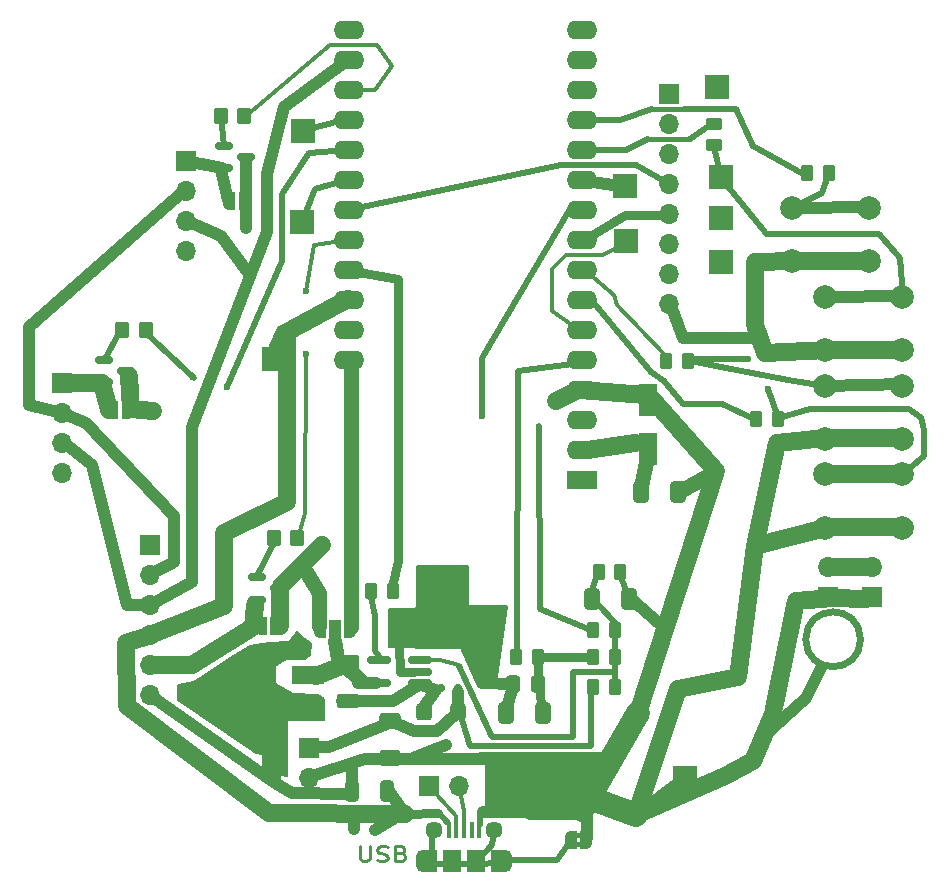
<source format=gbr>
%TF.GenerationSoftware,KiCad,Pcbnew,8.0.5*%
%TF.CreationDate,2024-10-28T11:51:33+01:00*%
%TF.ProjectId,Scent_Diffuser,5363656e-745f-4446-9966-66757365722e,rev?*%
%TF.SameCoordinates,Original*%
%TF.FileFunction,Copper,L1,Top*%
%TF.FilePolarity,Positive*%
%FSLAX46Y46*%
G04 Gerber Fmt 4.6, Leading zero omitted, Abs format (unit mm)*
G04 Created by KiCad (PCBNEW 8.0.5) date 2024-10-28 11:51:33*
%MOMM*%
%LPD*%
G01*
G04 APERTURE LIST*
G04 Aperture macros list*
%AMRoundRect*
0 Rectangle with rounded corners*
0 $1 Rounding radius*
0 $2 $3 $4 $5 $6 $7 $8 $9 X,Y pos of 4 corners*
0 Add a 4 corners polygon primitive as box body*
4,1,4,$2,$3,$4,$5,$6,$7,$8,$9,$2,$3,0*
0 Add four circle primitives for the rounded corners*
1,1,$1+$1,$2,$3*
1,1,$1+$1,$4,$5*
1,1,$1+$1,$6,$7*
1,1,$1+$1,$8,$9*
0 Add four rect primitives between the rounded corners*
20,1,$1+$1,$2,$3,$4,$5,0*
20,1,$1+$1,$4,$5,$6,$7,0*
20,1,$1+$1,$6,$7,$8,$9,0*
20,1,$1+$1,$8,$9,$2,$3,0*%
%AMFreePoly0*
4,1,19,0.500000,-0.750000,0.000000,-0.750000,0.000000,-0.744911,-0.071157,-0.744911,-0.207708,-0.704816,-0.327430,-0.627875,-0.420627,-0.520320,-0.479746,-0.390866,-0.500000,-0.250000,-0.500000,0.250000,-0.479746,0.390866,-0.420627,0.520320,-0.327430,0.627875,-0.207708,0.704816,-0.071157,0.744911,0.000000,0.744911,0.000000,0.750000,0.500000,0.750000,0.500000,-0.750000,0.500000,-0.750000,
$1*%
%AMFreePoly1*
4,1,19,0.000000,0.744911,0.071157,0.744911,0.207708,0.704816,0.327430,0.627875,0.420627,0.520320,0.479746,0.390866,0.500000,0.250000,0.500000,-0.250000,0.479746,-0.390866,0.420627,-0.520320,0.327430,-0.627875,0.207708,-0.704816,0.071157,-0.744911,0.000000,-0.744911,0.000000,-0.750000,-0.500000,-0.750000,-0.500000,0.750000,0.000000,0.750000,0.000000,0.744911,0.000000,0.744911,
$1*%
%AMFreePoly2*
4,1,19,0.550000,-0.750000,0.000000,-0.750000,0.000000,-0.744911,-0.071157,-0.744911,-0.207708,-0.704816,-0.327430,-0.627875,-0.420627,-0.520320,-0.479746,-0.390866,-0.500000,-0.250000,-0.500000,0.250000,-0.479746,0.390866,-0.420627,0.520320,-0.327430,0.627875,-0.207708,0.704816,-0.071157,0.744911,0.000000,0.744911,0.000000,0.750000,0.550000,0.750000,0.550000,-0.750000,0.550000,-0.750000,
$1*%
%AMFreePoly3*
4,1,19,0.000000,0.744911,0.071157,0.744911,0.207708,0.704816,0.327430,0.627875,0.420627,0.520320,0.479746,0.390866,0.500000,0.250000,0.500000,-0.250000,0.479746,-0.390866,0.420627,-0.520320,0.327430,-0.627875,0.207708,-0.704816,0.071157,-0.744911,0.000000,-0.744911,0.000000,-0.750000,-0.550000,-0.750000,-0.550000,0.750000,0.000000,0.750000,0.000000,0.744911,0.000000,0.744911,
$1*%
G04 Aperture macros list end*
%TA.AperFunction,Conductor*%
%ADD10C,0.500000*%
%TD*%
%TA.AperFunction,Conductor*%
%ADD11C,0.630000*%
%TD*%
%TA.AperFunction,Conductor*%
%ADD12C,1.000000*%
%TD*%
%TA.AperFunction,Conductor*%
%ADD13C,0.750000*%
%TD*%
%TA.AperFunction,Conductor*%
%ADD14C,2.000000*%
%TD*%
%TA.AperFunction,Conductor*%
%ADD15C,1.500000*%
%TD*%
%TA.AperFunction,Conductor*%
%ADD16C,0.200000*%
%TD*%
%TA.AperFunction,Conductor*%
%ADD17C,0.350000*%
%TD*%
%TA.AperFunction,Conductor*%
%ADD18C,1.250000*%
%TD*%
%TA.AperFunction,Conductor*%
%ADD19C,1.240000*%
%TD*%
%TA.AperFunction,Conductor*%
%ADD20C,1.150000*%
%TD*%
%TA.AperFunction,Conductor*%
%ADD21C,0.400000*%
%TD*%
%TA.AperFunction,Conductor*%
%ADD22C,0.300000*%
%TD*%
%ADD23C,0.250000*%
%TA.AperFunction,NonConductor*%
%ADD24C,0.250000*%
%TD*%
%TA.AperFunction,EtchedComponent*%
%ADD25C,0.000000*%
%TD*%
%TA.AperFunction,SMDPad,CuDef*%
%ADD26RoundRect,0.250000X-0.262500X-0.450000X0.262500X-0.450000X0.262500X0.450000X-0.262500X0.450000X0*%
%TD*%
%TA.AperFunction,SMDPad,CuDef*%
%ADD27RoundRect,0.250000X0.550000X-1.137500X0.550000X1.137500X-0.550000X1.137500X-0.550000X-1.137500X0*%
%TD*%
%TA.AperFunction,SMDPad,CuDef*%
%ADD28RoundRect,0.250000X0.412500X0.650000X-0.412500X0.650000X-0.412500X-0.650000X0.412500X-0.650000X0*%
%TD*%
%TA.AperFunction,SMDPad,CuDef*%
%ADD29FreePoly0,0.000000*%
%TD*%
%TA.AperFunction,SMDPad,CuDef*%
%ADD30FreePoly1,0.000000*%
%TD*%
%TA.AperFunction,ComponentPad*%
%ADD31R,1.700000X1.700000*%
%TD*%
%TA.AperFunction,ComponentPad*%
%ADD32O,1.700000X1.700000*%
%TD*%
%TA.AperFunction,ComponentPad*%
%ADD33R,2.000000X2.000000*%
%TD*%
%TA.AperFunction,SMDPad,CuDef*%
%ADD34FreePoly0,180.000000*%
%TD*%
%TA.AperFunction,SMDPad,CuDef*%
%ADD35FreePoly1,180.000000*%
%TD*%
%TA.AperFunction,SMDPad,CuDef*%
%ADD36RoundRect,0.250000X0.262500X0.450000X-0.262500X0.450000X-0.262500X-0.450000X0.262500X-0.450000X0*%
%TD*%
%TA.AperFunction,ComponentPad*%
%ADD37C,2.000000*%
%TD*%
%TA.AperFunction,SMDPad,CuDef*%
%ADD38RoundRect,0.162500X0.837500X0.162500X-0.837500X0.162500X-0.837500X-0.162500X0.837500X-0.162500X0*%
%TD*%
%TA.AperFunction,SMDPad,CuDef*%
%ADD39RoundRect,0.250000X-0.350000X-0.450000X0.350000X-0.450000X0.350000X0.450000X-0.350000X0.450000X0*%
%TD*%
%TA.AperFunction,SMDPad,CuDef*%
%ADD40RoundRect,0.250000X0.400000X0.450000X-0.400000X0.450000X-0.400000X-0.450000X0.400000X-0.450000X0*%
%TD*%
%TA.AperFunction,SMDPad,CuDef*%
%ADD41RoundRect,0.250000X0.337500X0.475000X-0.337500X0.475000X-0.337500X-0.475000X0.337500X-0.475000X0*%
%TD*%
%TA.AperFunction,SMDPad,CuDef*%
%ADD42RoundRect,0.250000X-0.700000X0.362500X-0.700000X-0.362500X0.700000X-0.362500X0.700000X0.362500X0*%
%TD*%
%TA.AperFunction,SMDPad,CuDef*%
%ADD43R,0.400000X1.350000*%
%TD*%
%TA.AperFunction,ComponentPad*%
%ADD44O,1.200000X1.900000*%
%TD*%
%TA.AperFunction,SMDPad,CuDef*%
%ADD45R,1.200000X1.900000*%
%TD*%
%TA.AperFunction,ComponentPad*%
%ADD46C,1.450000*%
%TD*%
%TA.AperFunction,SMDPad,CuDef*%
%ADD47R,1.500000X1.900000*%
%TD*%
%TA.AperFunction,SMDPad,CuDef*%
%ADD48RoundRect,0.250000X-0.412500X-0.650000X0.412500X-0.650000X0.412500X0.650000X-0.412500X0.650000X0*%
%TD*%
%TA.AperFunction,SMDPad,CuDef*%
%ADD49RoundRect,0.150000X-0.587500X-0.150000X0.587500X-0.150000X0.587500X0.150000X-0.587500X0.150000X0*%
%TD*%
%TA.AperFunction,SMDPad,CuDef*%
%ADD50RoundRect,0.250000X1.137500X0.550000X-1.137500X0.550000X-1.137500X-0.550000X1.137500X-0.550000X0*%
%TD*%
%TA.AperFunction,SMDPad,CuDef*%
%ADD51RoundRect,0.250000X0.450000X-0.262500X0.450000X0.262500X-0.450000X0.262500X-0.450000X-0.262500X0*%
%TD*%
%TA.AperFunction,SMDPad,CuDef*%
%ADD52RoundRect,0.250000X0.325000X0.650000X-0.325000X0.650000X-0.325000X-0.650000X0.325000X-0.650000X0*%
%TD*%
%TA.AperFunction,SMDPad,CuDef*%
%ADD53RoundRect,0.250000X0.350000X0.450000X-0.350000X0.450000X-0.350000X-0.450000X0.350000X-0.450000X0*%
%TD*%
%TA.AperFunction,SMDPad,CuDef*%
%ADD54RoundRect,0.150000X-0.150000X-0.200000X0.150000X-0.200000X0.150000X0.200000X-0.150000X0.200000X0*%
%TD*%
%TA.AperFunction,SMDPad,CuDef*%
%ADD55FreePoly2,180.000000*%
%TD*%
%TA.AperFunction,SMDPad,CuDef*%
%ADD56R,1.000000X1.500000*%
%TD*%
%TA.AperFunction,SMDPad,CuDef*%
%ADD57FreePoly3,180.000000*%
%TD*%
%TA.AperFunction,ComponentPad*%
%ADD58RoundRect,0.250000X1.050000X0.550000X-1.050000X0.550000X-1.050000X-0.550000X1.050000X-0.550000X0*%
%TD*%
%TA.AperFunction,ComponentPad*%
%ADD59O,2.600000X1.600000*%
%TD*%
%TA.AperFunction,SMDPad,CuDef*%
%ADD60RoundRect,0.250000X-0.650000X0.412500X-0.650000X-0.412500X0.650000X-0.412500X0.650000X0.412500X0*%
%TD*%
%TA.AperFunction,ViaPad*%
%ADD61C,0.600000*%
%TD*%
%TA.AperFunction,ViaPad*%
%ADD62C,1.000000*%
%TD*%
G04 APERTURE END LIST*
D10*
%TO.N,SW3*%
X90424000Y-118313200D02*
X92300000Y-117400000D01*
D11*
%TO.N,GND*%
X110320000Y-159750000D02*
G75*
G02*
X105680000Y-159750000I-2320000J0D01*
G01*
X105680000Y-159750000D02*
G75*
G02*
X110320000Y-159750000I2320000J0D01*
G01*
D10*
%TO.N,SW3*%
X90424000Y-118313200D02*
X87071200Y-118313200D01*
D12*
%TO.N,GND*%
X63652400Y-171450000D02*
X68326000Y-169926000D01*
D10*
%TO.N,OLED_RESET*%
X89027000Y-119634000D02*
X91287600Y-119634000D01*
D13*
%TO.N,OLED_CS*%
X90373200Y-123799600D02*
X94030800Y-123799600D01*
D12*
%TO.N,Net-(D1-A)*%
X70739000Y-164973000D02*
X72771000Y-163703000D01*
D10*
%TO.N,SW1*%
X95250000Y-139827000D02*
X98552000Y-139827000D01*
D14*
%TO.N,GND*%
X86741000Y-174244000D02*
X91499928Y-165999960D01*
D10*
%TO.N,BOOST_ADC*%
X89500000Y-161250000D02*
X89500000Y-159000000D01*
%TO.N,Net-(J13-Pin_1)*%
X97900000Y-118100000D02*
X98500000Y-120600000D01*
D15*
%TO.N,GND*%
X102235000Y-135509000D02*
X101346000Y-133172200D01*
D16*
X63100000Y-159600000D02*
X63800000Y-160100000D01*
X63700000Y-161100000D01*
X63300000Y-161400000D01*
X61700000Y-161400000D01*
X60500000Y-162200000D01*
X60500000Y-163400000D01*
X62300000Y-164400000D01*
X64400000Y-164500000D01*
X64900000Y-164800000D01*
X64900000Y-166600000D01*
X61800000Y-166600000D01*
X61800000Y-171300000D01*
X59700000Y-171000000D01*
X59700000Y-169500000D01*
X59100000Y-169400000D01*
X52500000Y-164900000D01*
X52500000Y-163600000D01*
X53900000Y-163400000D01*
X57400000Y-161100000D01*
X58600000Y-160300000D01*
X60200000Y-160100000D01*
X61900000Y-160000000D01*
X62600000Y-159100000D01*
X63100000Y-159600000D01*
%TA.AperFunction,Conductor*%
G36*
X63100000Y-159600000D02*
G01*
X63800000Y-160100000D01*
X63700000Y-161100000D01*
X63300000Y-161400000D01*
X61700000Y-161400000D01*
X60500000Y-162200000D01*
X60500000Y-163400000D01*
X62300000Y-164400000D01*
X64400000Y-164500000D01*
X64900000Y-164800000D01*
X64900000Y-166600000D01*
X61800000Y-166600000D01*
X61800000Y-171300000D01*
X59700000Y-171000000D01*
X59700000Y-169500000D01*
X59100000Y-169400000D01*
X52500000Y-164900000D01*
X52500000Y-163600000D01*
X53900000Y-163400000D01*
X57400000Y-161100000D01*
X58600000Y-160300000D01*
X60200000Y-160100000D01*
X61900000Y-160000000D01*
X62600000Y-159100000D01*
X63100000Y-159600000D01*
G37*
%TD.AperFunction*%
D10*
%TO.N,OLED_RESET*%
X84963000Y-119634000D02*
X89027000Y-119634000D01*
D12*
%TO.N,GND*%
X95500000Y-171500000D02*
X91313000Y-174625000D01*
D10*
%TO.N,Net-(J9-Pin_1)*%
X114427000Y-140284200D02*
X106045000Y-140233400D01*
D12*
%TO.N,SCL*%
X53289200Y-124307600D02*
X56184800Y-125577600D01*
D10*
%TO.N,BOOST_ADC*%
X76327000Y-162052000D02*
X78994000Y-167894000D01*
D12*
%TO.N,SCL*%
X45262800Y-144983200D02*
X48209200Y-156819600D01*
%TO.N,GND*%
X105700000Y-164700000D02*
X102031800Y-168046400D01*
D10*
%TO.N,BOOST_ADC*%
X86000000Y-168000000D02*
X86000000Y-162500000D01*
D12*
%TO.N,Net-(J8-Pin_1)*%
X113919000Y-138176000D02*
X107316200Y-138262800D01*
D13*
%TO.N,+5V*%
X74574400Y-174447200D02*
X71755000Y-174500000D01*
D12*
%TO.N,GND*%
X87172800Y-176580800D02*
X87122000Y-173482000D01*
%TO.N,SDA*%
X52222400Y-149352000D02*
X44704000Y-141478000D01*
D16*
%TO.N,GND*%
X88392000Y-170688000D02*
X86741000Y-174244000D01*
X78613000Y-174117000D01*
X78613000Y-170307000D01*
X88392000Y-170688000D01*
%TA.AperFunction,Conductor*%
G36*
X88392000Y-170688000D02*
G01*
X86741000Y-174244000D01*
X78613000Y-174117000D01*
X78613000Y-170307000D01*
X88392000Y-170688000D01*
G37*
%TD.AperFunction*%
D17*
%TO.N,BOOST_DAC_1*%
X84201000Y-128397000D02*
X84201000Y-131953000D01*
D15*
%TO.N,Net-(J2-Pin_5)*%
X53721000Y-161925000D02*
X58900000Y-158700000D01*
D10*
%TO.N,Net-(J8-Pin_1)*%
X107316200Y-138262800D02*
X104139996Y-137795025D01*
D15*
%TO.N,+5V*%
X50139600Y-159385000D02*
X56426100Y-156972000D01*
D12*
%TO.N,SCL*%
X53721000Y-154914600D02*
X53746400Y-141757400D01*
%TO.N,GND*%
X75234800Y-168732200D02*
X72440800Y-169824400D01*
D10*
%TO.N,I2C_2_PWR*%
X46355000Y-136017000D02*
X47498000Y-133858000D01*
%TO.N,Net-(D1-K)*%
X77250000Y-168750000D02*
X76300000Y-165700000D01*
%TO.N,OLED_RESET*%
X66963000Y-123384000D02*
X84963000Y-119634000D01*
D15*
%TO.N,GND*%
X101346000Y-127838200D02*
X104648000Y-127762000D01*
D17*
%TO.N,OE*%
X62687200Y-151206200D02*
X63296800Y-149047200D01*
D12*
%TO.N,GND*%
X60706000Y-171958000D02*
X60731400Y-167284400D01*
%TO.N,SCL*%
X60045600Y-125272800D02*
X53746400Y-141757400D01*
%TO.N,Net-(D1-K)*%
X74472800Y-167538400D02*
X76100000Y-166090600D01*
D18*
%TO.N,Net-(JP4-C)*%
X68021200Y-163271200D02*
X66065400Y-161442400D01*
D15*
%TO.N,GND*%
X86207600Y-138709400D02*
X84531200Y-139598400D01*
D17*
%TO.N,OE*%
X63398400Y-130302000D02*
X64084200Y-126365000D01*
D15*
%TO.N,Net-(J7-Pin_1)*%
X42672000Y-138049000D02*
X45770800Y-138023600D01*
D12*
%TO.N,GND*%
X81000000Y-163500000D02*
X78232000Y-163474400D01*
%TO.N,Net-(J12-Pin_1)*%
X111252000Y-123190000D02*
X104496800Y-123226000D01*
%TO.N,Net-(J6-Pin_1)*%
X56261000Y-119888000D02*
X53253000Y-119263000D01*
%TO.N,Net-(D1-K)*%
X70713600Y-166725600D02*
X72517000Y-167538400D01*
D15*
%TO.N,GND*%
X107442000Y-135255000D02*
X113919000Y-135255000D01*
D12*
%TO.N,SDA*%
X42672000Y-140589000D02*
X39878000Y-139954000D01*
%TO.N,+3V3*%
X58293000Y-119126000D02*
X58293000Y-122682000D01*
D17*
%TO.N,SW2*%
X89458800Y-130606800D02*
X87122000Y-128676400D01*
D15*
%TO.N,GND*%
X104648000Y-127762000D02*
X110998000Y-127762000D01*
D12*
%TO.N,SDA*%
X39878000Y-133350000D02*
X53212905Y-121665892D01*
%TO.N,Net-(D1-A)*%
X66395600Y-164947600D02*
X70739000Y-164973000D01*
D10*
%TO.N,GND*%
X90627200Y-156108400D02*
X90017600Y-154482800D01*
D17*
%TO.N,Net-(U1-A6{slash}IO14)*%
X69215000Y-113284000D02*
X66675000Y-113284000D01*
D13*
%TO.N,Net-(U1-A12{slash}IO13)*%
X71170800Y-129286000D02*
X66802000Y-128524000D01*
D10*
%TO.N,Net-(J9-Pin_1)*%
X115341400Y-140893800D02*
X114427000Y-140284200D01*
D19*
%TO.N,GND*%
X94996000Y-147167600D02*
X98044000Y-145542000D01*
D10*
%TO.N,Net-(J32-Pin_1)*%
X66802000Y-115697000D02*
X62991993Y-116712972D01*
D16*
%TO.N,Net-(D1-A)*%
X72771000Y-163703000D02*
X73152000Y-163449000D01*
D13*
%TO.N,Net-(C1-Pad1)*%
X83000000Y-163500000D02*
X83000000Y-161250000D01*
D10*
%TO.N,Net-(U1-A8{slash}IO15)*%
X63627000Y-118618000D02*
X66802000Y-118364000D01*
D15*
%TO.N,GND*%
X101346000Y-133172200D02*
X101346000Y-127838200D01*
D12*
%TO.N,SCL*%
X53721000Y-154914600D02*
X50165000Y-156819600D01*
D15*
%TO.N,GND*%
X108026200Y-156291200D02*
X110744000Y-156337000D01*
%TO.N,Net-(JP4-C)*%
X64200000Y-162900000D02*
X66600000Y-161900000D01*
%TO.N,GND*%
X107315000Y-142748000D02*
X113792000Y-142748000D01*
D10*
%TO.N,Net-(U1-A8{slash}IO15)*%
X61341000Y-122047000D02*
X63627000Y-118618000D01*
%TO.N,BOOST_DAC_2*%
X81250000Y-161000000D02*
X81280000Y-137058400D01*
%TO.N,BOOST_EN*%
X69240400Y-160731200D02*
X69697600Y-161442400D01*
D15*
%TO.N,+5V*%
X66929000Y-130937000D02*
X61722000Y-133756400D01*
D17*
%TO.N,BOOST_DAC_1*%
X85344000Y-127254000D02*
X84201000Y-128397000D01*
D15*
%TO.N,+5V*%
X56426100Y-156972000D02*
X56451500Y-150749000D01*
%TO.N,Net-(J7-Pin_1)*%
X46710600Y-140360400D02*
X46075600Y-138074400D01*
D12*
%TO.N,SCL*%
X61468000Y-114681000D02*
X60045600Y-120319800D01*
%TO.N,SDA*%
X39878000Y-139954000D02*
X39878000Y-133350000D01*
%TO.N,Net-(D1-K)*%
X72517000Y-167538400D02*
X74472800Y-167538400D01*
D10*
%TO.N,BOOST_ADC*%
X89789000Y-158623000D02*
X87757000Y-156464000D01*
%TO.N,+5V*%
X75412600Y-175272700D02*
X74549000Y-174332900D01*
D12*
%TO.N,SCL*%
X42672000Y-143002000D02*
X45262800Y-144983200D01*
D15*
%TO.N,+5V*%
X71755000Y-174500000D02*
X60198000Y-174498000D01*
D10*
%TO.N,SW1*%
X93700000Y-137900000D02*
X95250000Y-139827000D01*
D12*
%TO.N,Net-(D1-K)*%
X76200000Y-164200000D02*
X76200000Y-166000000D01*
D10*
%TO.N,Net-(J1-Shield)*%
X74066400Y-178460400D02*
X74015600Y-176276000D01*
D12*
%TO.N,GND*%
X107000000Y-162200000D02*
X105700000Y-164700000D01*
D15*
X114084100Y-150266400D02*
X107657900Y-150266400D01*
D12*
X94183200Y-131318000D02*
X95300800Y-134213600D01*
X59400000Y-163200000D02*
X60731400Y-167284400D01*
D15*
X98044000Y-145542000D02*
X92659200Y-139446000D01*
%TO.N,+3V3*%
X61200000Y-155586800D02*
X61200000Y-158600000D01*
X111404400Y-153670000D02*
X107492800Y-153670000D01*
D13*
%TO.N,Net-(U1-A12{slash}IO13)*%
X71145400Y-153085800D02*
X71170800Y-129286000D01*
D12*
%TO.N,GND*%
X90627200Y-156108400D02*
X93472000Y-158623000D01*
D17*
%TO.N,Net-(J1-D-)*%
X76073000Y-174750000D02*
X76073000Y-175500000D01*
X76073000Y-174750000D02*
X73710800Y-172059600D01*
D10*
%TO.N,Net-(U1-A8{slash}IO15)*%
X61341000Y-127736600D02*
X61341000Y-122047000D01*
%TO.N,Net-(J8-Pin_1)*%
X99900000Y-136000000D02*
X95800000Y-136000000D01*
D20*
%TO.N,Net-(JP4-C)*%
X65836800Y-159867600D02*
X66065400Y-161442400D01*
D15*
%TO.N,+5V*%
X61722000Y-148132800D02*
X61722000Y-133756400D01*
D12*
%TO.N,Net-(D1-K)*%
X65328800Y-168910000D02*
X70205600Y-166903400D01*
D15*
%TO.N,GND*%
X102870000Y-166065200D02*
X101193600Y-170027600D01*
%TO.N,Net-(J9-Pin_1)*%
X113919000Y-145796000D02*
X107317400Y-145791852D01*
%TO.N,GND*%
X102997000Y-165608000D02*
X104825800Y-156489400D01*
D13*
%TO.N,Net-(U1-A12{slash}IO13)*%
X71145400Y-153085800D02*
X70688200Y-155270200D01*
D12*
%TO.N,+5V*%
X61350000Y-133650000D02*
X60328000Y-135893600D01*
D16*
%TO.N,GND*%
X67564000Y-172720000D02*
X65786000Y-172466000D01*
D17*
%TO.N,Net-(J1-D+)*%
X76301600Y-172161200D02*
X76750000Y-174250000D01*
D12*
%TO.N,GND*%
X62204600Y-172770800D02*
X60706000Y-171958000D01*
X82375000Y-174500000D02*
X86750000Y-174500000D01*
D10*
%TO.N,Net-(J1-Shield)*%
X77825600Y-178511200D02*
X79146400Y-177190400D01*
D12*
%TO.N,+5V*%
X70358000Y-172593000D02*
X71755000Y-174500000D01*
D10*
%TO.N,Net-(J9-Pin_1)*%
X115671600Y-142036800D02*
X115417600Y-140970000D01*
X103300000Y-140900000D02*
X102500000Y-138600000D01*
%TO.N,Net-(D1-K)*%
X87500000Y-168750000D02*
X87503000Y-163830000D01*
%TO.N,SW4*%
X101250000Y-117950000D02*
X105650000Y-120400000D01*
D16*
%TO.N,GND*%
X77063600Y-156921200D02*
X80365600Y-156921200D01*
X79489000Y-163411000D01*
X77825600Y-163576000D01*
X76454000Y-160477200D01*
X72694800Y-160477200D01*
X72796400Y-153568400D01*
X77063600Y-153568400D01*
X77063600Y-156921200D01*
%TA.AperFunction,Conductor*%
G36*
X77063600Y-156921200D02*
G01*
X80365600Y-156921200D01*
X79489000Y-163411000D01*
X77825600Y-163576000D01*
X76454000Y-160477200D01*
X72694800Y-160477200D01*
X72796400Y-153568400D01*
X77063600Y-153568400D01*
X77063600Y-156921200D01*
G37*
%TD.AperFunction*%
D12*
%TO.N,SCL*%
X50165000Y-156819600D02*
X48209200Y-156819600D01*
D18*
%TO.N,BAT_V*%
X67183000Y-158673800D02*
X67183000Y-136194800D01*
D15*
%TO.N,Net-(J2-Pin_5)*%
X58900000Y-158700000D02*
X59029600Y-156819600D01*
%TO.N,GND*%
X98806000Y-171323000D02*
X101193600Y-170027600D01*
D10*
%TO.N,SW4*%
X95350000Y-114850000D02*
X99750000Y-114850000D01*
D15*
%TO.N,+5V*%
X56451500Y-150749000D02*
X61722000Y-148132800D01*
D10*
%TO.N,GND*%
X71221600Y-160274000D02*
X72948800Y-159156400D01*
%TO.N,Net-(J13-Pin_1)*%
X111912400Y-125476000D02*
X113690400Y-127457200D01*
D12*
%TO.N,Net-(J6-Pin_1)*%
X56769000Y-122555000D02*
X56134000Y-120015000D01*
D10*
%TO.N,Net-(J12-Pin_1)*%
X107650000Y-120300000D02*
X107100000Y-122000000D01*
%TO.N,SW4*%
X89916000Y-115824000D02*
X92650000Y-114850000D01*
%TO.N,Net-(J1-Shield)*%
X79146400Y-177190400D02*
X79298792Y-176021999D01*
D12*
%TO.N,Net-(D1-A)*%
X74350000Y-164050000D02*
X73250000Y-165550000D01*
D17*
%TO.N,BOOST_DAC_1*%
X90805000Y-126111000D02*
X88392000Y-127254000D01*
D12*
%TO.N,Net-(JP4-C)*%
X69265800Y-163449000D02*
X67767200Y-163449000D01*
D10*
%TO.N,Net-(J13-Pin_1)*%
X102223900Y-125276000D02*
X98550000Y-120700000D01*
D17*
%TO.N,BOOST_DAC_1*%
X86741000Y-133731000D02*
X84201000Y-131953000D01*
D15*
%TO.N,+3V3*%
X48564800Y-140258800D02*
X48412400Y-137464800D01*
D12*
%TO.N,GND*%
X78333600Y-174345600D02*
X82375000Y-174359300D01*
D10*
%TO.N,Net-(J1-Shield)*%
X84582000Y-178460400D02*
X80670392Y-178409599D01*
D16*
%TO.N,GND*%
X95500000Y-171500000D02*
X97200000Y-172000000D01*
D10*
%TO.N,BOOST_ADC*%
X86000000Y-162500000D02*
X89500000Y-162500000D01*
D21*
%TO.N,SW4*%
X92650000Y-114850000D02*
X95350000Y-114850000D01*
D17*
%TO.N,BOOST_ADC*%
X74750000Y-161500000D02*
X73250000Y-161500000D01*
D12*
%TO.N,GND*%
X78181200Y-169824400D02*
X88747600Y-169824400D01*
X62204600Y-172770800D02*
X67005200Y-172872400D01*
D10*
%TO.N,BOOST_DAC_2*%
X81280000Y-137058400D02*
X87250000Y-136250000D01*
D13*
%TO.N,OLED_CS*%
X86750000Y-126000000D02*
X90373200Y-123799600D01*
D16*
%TO.N,GND*%
X86750000Y-174500000D02*
X84562500Y-174500000D01*
D14*
X91313000Y-174625000D02*
X87122000Y-173101000D01*
D18*
%TO.N,+3V3*%
X92354400Y-143967200D02*
X91744800Y-146812000D01*
D10*
%TO.N,GND*%
X78079600Y-175514000D02*
X78079600Y-174264000D01*
D12*
%TO.N,SCL*%
X56184800Y-125577600D02*
X58572400Y-128854200D01*
D10*
%TO.N,Net-(U1-IO4{slash}A5)*%
X85725000Y-123317000D02*
X78308200Y-135940800D01*
%TO.N,SW1*%
X92600000Y-137100000D02*
X93700000Y-137900000D01*
D15*
%TO.N,GND*%
X99949000Y-162941000D02*
X101346000Y-151892000D01*
D12*
%TO.N,SCL*%
X60045600Y-120319800D02*
X60045600Y-125272800D01*
X66675000Y-110871000D02*
X61468000Y-114681000D01*
D10*
%TO.N,BOOST_ADC*%
X88087200Y-154127200D02*
X87397600Y-155996200D01*
D16*
%TO.N,Net-(U1-IO4{slash}A5)*%
X85725000Y-123317000D02*
X87122000Y-123444000D01*
D10*
%TO.N,Net-(J1-Shield)*%
X85852000Y-176682400D02*
X84582000Y-178460400D01*
%TO.N,BOOST_ADC*%
X89500000Y-161250000D02*
X89500000Y-163750000D01*
D22*
%TO.N,Net-(U1-A6{slash}IO14)*%
X65405000Y-109474000D02*
X69342000Y-109474000D01*
D16*
%TO.N,GND*%
X97200000Y-172000000D02*
X95500000Y-171500000D01*
D12*
X79654400Y-169926000D02*
X68326000Y-169926000D01*
D15*
%TO.N,+3V3*%
X50419000Y-140462000D02*
X48564800Y-140258800D01*
D17*
%TO.N,OE*%
X64135000Y-126365000D02*
X66802000Y-125984000D01*
D12*
%TO.N,GND*%
X82156300Y-170472100D02*
X87617300Y-170599100D01*
D15*
%TO.N,+5V*%
X50215800Y-159385000D02*
X48107600Y-160070800D01*
D21*
%TO.N,SW3*%
X92300000Y-117400000D02*
X95900000Y-117400000D01*
D18*
%TO.N,+3V3*%
X64439800Y-158661100D02*
X64439800Y-155790900D01*
D10*
%TO.N,Net-(U1-IO4{slash}A5)*%
X78308200Y-140843000D02*
X78308200Y-135940800D01*
D15*
%TO.N,+5V*%
X48107600Y-160070800D02*
X48209200Y-165404800D01*
D10*
%TO.N,Net-(J13-Pin_1)*%
X102323900Y-125476000D02*
X111912400Y-125476000D01*
D15*
%TO.N,GND*%
X94894400Y-164000000D02*
X99949000Y-162941000D01*
X104825800Y-156489400D02*
X108026200Y-156291200D01*
D17*
%TO.N,BOOST_DAC_1*%
X88392000Y-127254000D02*
X85344000Y-127254000D01*
D10*
%TO.N,SW3*%
X97800000Y-116000000D02*
X95900000Y-117400000D01*
D15*
%TO.N,GND*%
X107442000Y-135255000D02*
X102235000Y-135509000D01*
D10*
%TO.N,I2C_1_PWR*%
X56388000Y-117983000D02*
X56133982Y-115443002D01*
D17*
%TO.N,SW2*%
X89458800Y-130606800D02*
X89674700Y-131406900D01*
D12*
%TO.N,GND*%
X80250000Y-166000000D02*
X81000000Y-163500000D01*
D17*
%TO.N,Net-(U1-A6{slash}IO14)*%
X58293000Y-115443000D02*
X65405000Y-109474000D01*
D10*
%TO.N,Net-(Q3-G)*%
X60858400Y-151231600D02*
X59232800Y-154432000D01*
D15*
%TO.N,GND*%
X98806000Y-171323000D02*
X91313000Y-174625000D01*
D18*
%TO.N,+3V3*%
X64439800Y-155829000D02*
X63017400Y-153492200D01*
D12*
%TO.N,+5V*%
X67462400Y-175844200D02*
X67462400Y-174853600D01*
%TO.N,+3V3*%
X58293000Y-124968000D02*
X58293000Y-122682000D01*
D10*
%TO.N,BOOST_EN*%
X68834000Y-156210000D02*
X69215800Y-157742000D01*
D17*
%TO.N,SW2*%
X89674700Y-131406900D02*
X93700000Y-135600000D01*
D10*
%TO.N,Net-(D1-K)*%
X77250000Y-168750000D02*
X87500000Y-168750000D01*
D12*
%TO.N,Net-(J13-Pin_1)*%
X113919000Y-130683000D02*
X107317401Y-130729665D01*
D10*
%TO.N,Net-(U1-IO4{slash}A5)*%
X87680800Y-159029400D02*
X83159600Y-157200600D01*
D12*
%TO.N,GND*%
X50215800Y-164515800D02*
X60706000Y-171958000D01*
D17*
%TO.N,Net-(J1-D+)*%
X76750000Y-175500000D02*
X76750000Y-174250000D01*
D15*
%TO.N,+5V*%
X48209200Y-165404800D02*
X60198000Y-174498000D01*
D16*
%TO.N,GND*%
X73456800Y-160426400D02*
X70434200Y-160401000D01*
X70434200Y-157200600D01*
X72771000Y-157200600D01*
X73456800Y-160426400D01*
%TA.AperFunction,Conductor*%
G36*
X73456800Y-160426400D02*
G01*
X70434200Y-160401000D01*
X70434200Y-157200600D01*
X72771000Y-157200600D01*
X73456800Y-160426400D01*
G37*
%TD.AperFunction*%
D15*
%TO.N,Net-(J2-Pin_5)*%
X50266600Y-161925000D02*
X53721000Y-161925000D01*
D12*
%TO.N,Net-(J15-Pin_1)*%
X87071200Y-120954800D02*
X90424000Y-121462800D01*
D10*
%TO.N,Net-(U1-A8{slash}IO15)*%
X49860200Y-133781800D02*
X53898800Y-137668000D01*
D12*
%TO.N,Net-(D1-A)*%
X74350000Y-164050000D02*
X73139300Y-163655400D01*
D10*
%TO.N,Net-(U1-A8{slash}IO15)*%
X61341000Y-127736600D02*
X56718200Y-138404600D01*
%TO.N,SW4*%
X87122000Y-115824000D02*
X89916000Y-115824000D01*
%TO.N,SW1*%
X98552000Y-139827000D02*
X101300000Y-141100000D01*
%TO.N,Net-(J9-Pin_1)*%
X106045000Y-140233400D02*
X103400000Y-141000000D01*
D15*
%TO.N,GND*%
X101346000Y-151892000D02*
X107657900Y-150266400D01*
D10*
%TO.N,Net-(J8-Pin_1)*%
X99900000Y-136000000D02*
X100800000Y-136000000D01*
D13*
%TO.N,Net-(C1-Pad1)*%
X83000000Y-161250000D02*
X87750000Y-161250000D01*
%TO.N,GND*%
X72542400Y-162509200D02*
X71290000Y-162500000D01*
D15*
X101346000Y-151892000D02*
X103251000Y-143129000D01*
D12*
%TO.N,SDA*%
X52222400Y-153212800D02*
X52222400Y-149352000D01*
D10*
%TO.N,Net-(J13-Pin_1)*%
X113690400Y-127457200D02*
X113919000Y-130683000D01*
D15*
%TO.N,GND*%
X91313000Y-174625000D02*
X94894400Y-164000000D01*
D10*
%TO.N,BOOST_ADC*%
X79121000Y-168021000D02*
X86000000Y-168000000D01*
%TO.N,Net-(U1-IO4{slash}A5)*%
X83159600Y-157200600D02*
X83134200Y-141732000D01*
%TO.N,Net-(J1-Shield)*%
X79705200Y-178714400D02*
X77724000Y-178765200D01*
D12*
%TO.N,GND*%
X67259200Y-172212000D02*
X67259200Y-170332400D01*
D15*
%TO.N,+3V3*%
X91236800Y-143154400D02*
X87122000Y-143764000D01*
%TO.N,GND*%
X103251000Y-143129000D02*
X107315000Y-142748000D01*
D17*
%TO.N,OE*%
X63296800Y-149047200D02*
X63347600Y-135585200D01*
D15*
%TO.N,GND*%
X92100400Y-139039600D02*
X86563200Y-138633200D01*
D10*
%TO.N,SW1*%
X87731600Y-131318000D02*
X92600000Y-137100000D01*
%TO.N,Net-(J9-Pin_1)*%
X113919000Y-145796000D02*
X115671600Y-144272000D01*
%TO.N,SW4*%
X99750000Y-114850000D02*
X101250000Y-117950000D01*
%TO.N,Net-(J12-Pin_1)*%
X107100000Y-122000000D02*
X104496800Y-123226000D01*
%TO.N,Net-(J1-Shield)*%
X77724000Y-178765200D02*
X74015600Y-178765200D01*
%TO.N,OLED_RESET*%
X91287600Y-119634000D02*
X94234000Y-121310400D01*
D12*
%TO.N,+5V*%
X69189600Y-175895000D02*
X71297800Y-174625000D01*
%TO.N,GND*%
X95300800Y-134213600D02*
X101193600Y-134213600D01*
D13*
%TO.N,Net-(C1-Pad1)*%
X83360800Y-166221000D02*
X83110800Y-163471000D01*
D15*
%TO.N,+3V3*%
X61264800Y-155244800D02*
X64693800Y-151765000D01*
D12*
%TO.N,SDA*%
X44704000Y-141478000D02*
X42672000Y-140589000D01*
D17*
%TO.N,Net-(U1-A6{slash}IO14)*%
X69342000Y-109474000D02*
X70612000Y-111252000D01*
%TO.N,BOOST_ADC*%
X74750000Y-161500000D02*
X76327000Y-161925000D01*
%TO.N,Net-(U1-A6{slash}IO14)*%
X70612000Y-111252000D02*
X69214983Y-113283988D01*
D10*
%TO.N,Net-(J8-Pin_1)*%
X104139996Y-137795025D02*
X95500000Y-136100000D01*
%TO.N,BOOST_EN*%
X69241200Y-157742000D02*
X69240400Y-160731200D01*
D12*
%TO.N,SDA*%
X50241200Y-154203400D02*
X52222400Y-153212800D01*
D10*
%TO.N,Net-(J33-Pin_1)*%
X62992000Y-124460000D02*
X64135000Y-121666000D01*
X64135000Y-121666000D02*
X66802000Y-120904000D01*
D15*
%TO.N,GND*%
X91499928Y-165999960D02*
X98044000Y-145542000D01*
D10*
%TO.N,Net-(J9-Pin_1)*%
X115671600Y-144272000D02*
X115671600Y-142036800D01*
D13*
%TO.N,GND*%
X71289600Y-162494000D02*
X71221600Y-160274000D01*
D12*
%TO.N,Net-(D1-K)*%
X63626600Y-168930000D02*
X65328800Y-168910000D01*
D23*
D24*
X67921615Y-177284023D02*
X67921615Y-178295928D01*
X67921615Y-178295928D02*
X67993044Y-178414976D01*
X67993044Y-178414976D02*
X68064473Y-178474500D01*
X68064473Y-178474500D02*
X68207330Y-178534023D01*
X68207330Y-178534023D02*
X68493044Y-178534023D01*
X68493044Y-178534023D02*
X68635901Y-178474500D01*
X68635901Y-178474500D02*
X68707330Y-178414976D01*
X68707330Y-178414976D02*
X68778758Y-178295928D01*
X68778758Y-178295928D02*
X68778758Y-177284023D01*
X69421616Y-178474500D02*
X69635902Y-178534023D01*
X69635902Y-178534023D02*
X69993044Y-178534023D01*
X69993044Y-178534023D02*
X70135902Y-178474500D01*
X70135902Y-178474500D02*
X70207330Y-178414976D01*
X70207330Y-178414976D02*
X70278759Y-178295928D01*
X70278759Y-178295928D02*
X70278759Y-178176880D01*
X70278759Y-178176880D02*
X70207330Y-178057833D01*
X70207330Y-178057833D02*
X70135902Y-177998309D01*
X70135902Y-177998309D02*
X69993044Y-177938785D01*
X69993044Y-177938785D02*
X69707330Y-177879261D01*
X69707330Y-177879261D02*
X69564473Y-177819738D01*
X69564473Y-177819738D02*
X69493044Y-177760214D01*
X69493044Y-177760214D02*
X69421616Y-177641166D01*
X69421616Y-177641166D02*
X69421616Y-177522119D01*
X69421616Y-177522119D02*
X69493044Y-177403071D01*
X69493044Y-177403071D02*
X69564473Y-177343547D01*
X69564473Y-177343547D02*
X69707330Y-177284023D01*
X69707330Y-177284023D02*
X70064473Y-177284023D01*
X70064473Y-177284023D02*
X70278759Y-177343547D01*
X71421615Y-177879261D02*
X71635901Y-177938785D01*
X71635901Y-177938785D02*
X71707330Y-177998309D01*
X71707330Y-177998309D02*
X71778758Y-178117357D01*
X71778758Y-178117357D02*
X71778758Y-178295928D01*
X71778758Y-178295928D02*
X71707330Y-178414976D01*
X71707330Y-178414976D02*
X71635901Y-178474500D01*
X71635901Y-178474500D02*
X71493044Y-178534023D01*
X71493044Y-178534023D02*
X70921615Y-178534023D01*
X70921615Y-178534023D02*
X70921615Y-177284023D01*
X70921615Y-177284023D02*
X71421615Y-177284023D01*
X71421615Y-177284023D02*
X71564473Y-177343547D01*
X71564473Y-177343547D02*
X71635901Y-177403071D01*
X71635901Y-177403071D02*
X71707330Y-177522119D01*
X71707330Y-177522119D02*
X71707330Y-177641166D01*
X71707330Y-177641166D02*
X71635901Y-177760214D01*
X71635901Y-177760214D02*
X71564473Y-177819738D01*
X71564473Y-177819738D02*
X71421615Y-177879261D01*
X71421615Y-177879261D02*
X70921615Y-177879261D01*
D25*
%TA.AperFunction,EtchedComponent*%
%TD*%
%TO.C,JP5*%
G36*
X86671200Y-176533200D02*
G01*
X86171200Y-176533200D01*
X86171200Y-176133200D01*
X86671200Y-176133200D01*
X86671200Y-176533200D01*
G37*
%TD.AperFunction*%
%TA.AperFunction,EtchedComponent*%
%TO.C,JP5*%
G36*
X86671200Y-177333200D02*
G01*
X86171200Y-177333200D01*
X86171200Y-176933200D01*
X86671200Y-176933200D01*
X86671200Y-177333200D01*
G37*
%TD.AperFunction*%
%TD*%
D26*
%TO.P,R21,1*%
%TO.N,BOOST_DAC_2*%
X81175000Y-161250000D03*
%TO.P,R21,2*%
%TO.N,Net-(C1-Pad1)*%
X83000000Y-161250000D03*
%TD*%
D27*
%TO.P,C5,1*%
%TO.N,+3V3*%
X92303600Y-143611600D03*
%TO.P,C5,2*%
%TO.N,GND*%
X92303600Y-139486600D03*
%TD*%
D28*
%TO.P,C3,1*%
%TO.N,Net-(C1-Pad1)*%
X83401300Y-165963600D03*
%TO.P,C3,2*%
%TO.N,GND*%
X80276300Y-165963600D03*
%TD*%
D29*
%TO.P,JP3,1,A*%
%TO.N,Net-(J2-Pin_5)*%
X59550000Y-158600000D03*
D30*
%TO.P,JP3,2,B*%
%TO.N,+3V3*%
X60850000Y-158600000D03*
%TD*%
D31*
%TO.P,J5,1,Pin_1*%
%TO.N,Net-(J1-D-)*%
X73761600Y-172161200D03*
D32*
%TO.P,J5,2,Pin_2*%
%TO.N,Net-(J1-D+)*%
X76301600Y-172161200D03*
%TD*%
D33*
%TO.P,TP2,1,1*%
%TO.N,+5V*%
X60700000Y-136000000D03*
%TD*%
D29*
%TO.P,JP2,1,A*%
%TO.N,Net-(J7-Pin_1)*%
X46960000Y-140335000D03*
D30*
%TO.P,JP2,2,B*%
%TO.N,+3V3*%
X48260000Y-140335000D03*
%TD*%
D34*
%TO.P,JP5,1,A*%
%TO.N,GND*%
X87071200Y-176733200D03*
D35*
%TO.P,JP5,2,B*%
%TO.N,Net-(J1-Shield)*%
X85771200Y-176733200D03*
%TD*%
D36*
%TO.P,R15,1*%
%TO.N,GND*%
X89968000Y-154087000D03*
%TO.P,R15,2*%
%TO.N,BOOST_ADC*%
X88143000Y-154087000D03*
%TD*%
D33*
%TO.P,J15,1,Pin_1*%
%TO.N,Net-(J15-Pin_1)*%
X90373200Y-121412000D03*
%TD*%
D37*
%TO.P,SW2,1,1*%
%TO.N,Net-(J8-Pin_1)*%
X107316200Y-138262800D03*
%TO.P,SW2,2,2*%
X113816200Y-138262800D03*
%TO.P,SW2,3,K*%
%TO.N,GND*%
X107316200Y-142762800D03*
%TO.P,SW2,4,A*%
X113816200Y-142762800D03*
%TD*%
D38*
%TO.P,U2,1,SW*%
%TO.N,Net-(D1-A)*%
X72999600Y-163444000D03*
%TO.P,U2,2,GND*%
%TO.N,GND*%
X72999600Y-162494000D03*
%TO.P,U2,3,FB*%
%TO.N,BOOST_ADC*%
X72999600Y-161544000D03*
%TO.P,U2,4,EN/DITH*%
%TO.N,BOOST_EN*%
X69579600Y-161544000D03*
%TO.P,U2,5,Vin*%
%TO.N,Net-(JP4-C)*%
X69579600Y-163444000D03*
%TD*%
D37*
%TO.P,SW1,1,1*%
%TO.N,Net-(J9-Pin_1)*%
X107317400Y-145791800D03*
%TO.P,SW1,2,2*%
X113817400Y-145791800D03*
%TO.P,SW1,3,K*%
%TO.N,GND*%
X107317400Y-150291800D03*
%TO.P,SW1,4,A*%
X113817400Y-150291800D03*
%TD*%
D33*
%TO.P,J13,1,Pin_1*%
%TO.N,Net-(J13-Pin_1)*%
X98500000Y-120600000D03*
%TD*%
D26*
%TO.P,R2,1*%
%TO.N,BOOST_EN*%
X68884800Y-155676600D03*
%TO.P,R2,2*%
%TO.N,Net-(U1-A12{slash}IO13)*%
X70709800Y-155676600D03*
%TD*%
D39*
%TO.P,R4,1*%
%TO.N,I2C_2_PWR*%
X47784000Y-133604000D03*
%TO.P,R4,2*%
%TO.N,Net-(U1-A8{slash}IO15)*%
X49784000Y-133604000D03*
%TD*%
D31*
%TO.P,J3,1,Pin_1*%
%TO.N,OLED_DATA*%
X94081600Y-113588800D03*
D32*
%TO.P,J3,2,Pin_2*%
%TO.N,OLED_CLK*%
X94081600Y-116128800D03*
%TO.P,J3,3,Pin_3*%
%TO.N,OLED_DC*%
X94081600Y-118668800D03*
%TO.P,J3,4,Pin_4*%
%TO.N,OLED_RESET*%
X94081600Y-121208800D03*
%TO.P,J3,5,Pin_5*%
%TO.N,OLED_CS*%
X94081600Y-123748800D03*
%TO.P,J3,6,Pin_6*%
%TO.N,unconnected-(J3-Pin_6-Pad6)*%
X94081600Y-126288800D03*
%TO.P,J3,7,Pin_7*%
%TO.N,+3V3*%
X94081600Y-128828800D03*
%TO.P,J3,8,Pin_8*%
%TO.N,GND*%
X94081600Y-131368800D03*
%TD*%
D40*
%TO.P,D2,1,K*%
%TO.N,Net-(D1-K)*%
X76250000Y-165900000D03*
%TO.P,D2,2,A*%
%TO.N,Net-(D1-A)*%
X73350000Y-165900000D03*
%TD*%
D29*
%TO.P,JP1,1,A*%
%TO.N,Net-(J6-Pin_1)*%
X56866000Y-122682000D03*
D30*
%TO.P,JP1,2,B*%
%TO.N,+3V3*%
X58166000Y-122682000D03*
%TD*%
D41*
%TO.P,C1,1*%
%TO.N,Net-(C1-Pad1)*%
X83000000Y-163500000D03*
%TO.P,C1,2*%
%TO.N,GND*%
X80925000Y-163500000D03*
%TD*%
D42*
%TO.P,L1,1,1*%
%TO.N,Net-(JP4-C)*%
X66900000Y-161637500D03*
%TO.P,L1,2,2*%
%TO.N,Net-(D1-A)*%
X66900000Y-164962500D03*
%TD*%
D26*
%TO.P,R20,1*%
%TO.N,Net-(C1-Pad1)*%
X87675000Y-161250000D03*
%TO.P,R20,2*%
%TO.N,BOOST_ADC*%
X89500000Y-161250000D03*
%TD*%
D43*
%TO.P,J1,1,VBUS*%
%TO.N,+5V*%
X75450000Y-175862000D03*
%TO.P,J1,2,D-*%
%TO.N,Net-(J1-D-)*%
X76100000Y-175862000D03*
%TO.P,J1,3,D+*%
%TO.N,Net-(J1-D+)*%
X76750000Y-175862000D03*
%TO.P,J1,4,ID*%
%TO.N,unconnected-(J1-ID-Pad4)*%
X77400000Y-175862000D03*
%TO.P,J1,5,GND*%
%TO.N,GND*%
X78050000Y-175862000D03*
D44*
%TO.P,J1,6,Shield*%
%TO.N,Net-(J1-Shield)*%
X73250000Y-178562000D03*
D45*
X73850000Y-178562000D03*
D46*
X74250000Y-175862000D03*
D47*
X75750000Y-178562000D03*
X77750000Y-178562000D03*
D46*
X79250000Y-175862000D03*
D45*
X79650000Y-178562000D03*
D44*
X80250000Y-178562000D03*
%TD*%
D48*
%TO.P,C7,1*%
%TO.N,BOOST_ADC*%
X87566100Y-156337000D03*
%TO.P,C7,2*%
%TO.N,GND*%
X90691100Y-156337000D03*
%TD*%
D36*
%TO.P,R6,1*%
%TO.N,Net-(J9-Pin_1)*%
X103312500Y-141100000D03*
%TO.P,R6,2*%
%TO.N,SW1*%
X101487500Y-141100000D03*
%TD*%
D39*
%TO.P,R3,1*%
%TO.N,I2C_1_PWR*%
X56134000Y-115443000D03*
%TO.P,R3,2*%
%TO.N,Net-(U1-A6{slash}IO14)*%
X58134000Y-115443000D03*
%TD*%
D33*
%TO.P,J12,1,Pin_1*%
%TO.N,Net-(J12-Pin_1)*%
X98171000Y-113030000D03*
%TD*%
D31*
%TO.P,J6,1,Pin_1*%
%TO.N,Net-(J6-Pin_1)*%
X53253000Y-119263000D03*
D32*
%TO.P,J6,2,Pin_2*%
%TO.N,SDA*%
X53253000Y-121803000D03*
%TO.P,J6,3,Pin_3*%
%TO.N,SCL*%
X53253000Y-124343000D03*
%TO.P,J6,4,Pin_4*%
%TO.N,GND*%
X53253000Y-126883000D03*
%TD*%
D36*
%TO.P,R1,1*%
%TO.N,BOOST_ADC*%
X89500000Y-159000000D03*
%TO.P,R1,2*%
%TO.N,Net-(U1-IO4{slash}A5)*%
X87675000Y-159000000D03*
%TD*%
%TO.P,R14,1*%
%TO.N,BOOST_ADC*%
X89500000Y-163750000D03*
%TO.P,R14,2*%
%TO.N,Net-(D1-K)*%
X87675000Y-163750000D03*
%TD*%
D49*
%TO.P,Q2,1,G*%
%TO.N,I2C_2_PWR*%
X46258000Y-136083000D03*
%TO.P,Q2,2,S*%
%TO.N,Net-(J7-Pin_1)*%
X46258000Y-137983000D03*
%TO.P,Q2,3,D*%
%TO.N,+3V3*%
X48133000Y-137033000D03*
%TD*%
D50*
%TO.P,C8,1*%
%TO.N,Net-(JP4-C)*%
X63562500Y-162800000D03*
%TO.P,C8,2*%
%TO.N,GND*%
X59437500Y-162800000D03*
%TD*%
D33*
%TO.P,J32,1,Pin_1*%
%TO.N,Net-(J32-Pin_1)*%
X63119000Y-116713000D03*
%TD*%
D49*
%TO.P,Q3,1,G*%
%TO.N,Net-(Q3-G)*%
X59212000Y-154498000D03*
%TO.P,Q3,2,S*%
%TO.N,Net-(J2-Pin_5)*%
X59212000Y-156398000D03*
%TO.P,Q3,3,D*%
%TO.N,+3V3*%
X61087000Y-155448000D03*
%TD*%
D31*
%TO.P,J4,1,Pin_1*%
%TO.N,Net-(D1-K)*%
X63626600Y-168930000D03*
D32*
%TO.P,J4,2,Pin_2*%
%TO.N,GND*%
X63626600Y-171470000D03*
%TD*%
D51*
%TO.P,R8,1*%
%TO.N,Net-(J13-Pin_1)*%
X97900000Y-117912500D03*
%TO.P,R8,2*%
%TO.N,SW3*%
X97900000Y-116087500D03*
%TD*%
D37*
%TO.P,SW3,1,1*%
%TO.N,Net-(J13-Pin_1)*%
X107317400Y-130729600D03*
%TO.P,SW3,2,2*%
X113817400Y-130729600D03*
%TO.P,SW3,3,K*%
%TO.N,GND*%
X107317400Y-135229600D03*
%TO.P,SW3,4,A*%
X113817400Y-135229600D03*
%TD*%
D52*
%TO.P,C4,1*%
%TO.N,+5V*%
X70231000Y-172593000D03*
%TO.P,C4,2*%
%TO.N,GND*%
X67281000Y-172593000D03*
%TD*%
D53*
%TO.P,R7,1*%
%TO.N,OE*%
X62636400Y-151206200D03*
%TO.P,R7,2*%
%TO.N,Net-(Q3-G)*%
X60636400Y-151206200D03*
%TD*%
D54*
%TO.P,D1,1,K*%
%TO.N,Net-(D1-K)*%
X76200000Y-163900000D03*
%TO.P,D1,2,A*%
%TO.N,Net-(D1-A)*%
X74800000Y-163900000D03*
%TD*%
D31*
%TO.P,J7,1,Pin_1*%
%TO.N,Net-(J7-Pin_1)*%
X42672000Y-138049000D03*
D32*
%TO.P,J7,2,Pin_2*%
%TO.N,SDA*%
X42672000Y-140589000D03*
%TO.P,J7,3,Pin_3*%
%TO.N,SCL*%
X42672000Y-143129000D03*
%TO.P,J7,4,Pin_4*%
%TO.N,GND*%
X42672000Y-145669000D03*
%TD*%
D36*
%TO.P,R5,1*%
%TO.N,Net-(J8-Pin_1)*%
X95712500Y-136200000D03*
%TO.P,R5,2*%
%TO.N,SW2*%
X93887500Y-136200000D03*
%TD*%
D33*
%TO.P,J8,1,Pin_1*%
%TO.N,Net-(J8-Pin_1)*%
X98500000Y-127800000D03*
%TD*%
D55*
%TO.P,JP4,1,A*%
%TO.N,BAT_V*%
X67132200Y-158902400D03*
D56*
%TO.P,JP4,2,C*%
%TO.N,Net-(JP4-C)*%
X65832200Y-158902400D03*
D57*
%TO.P,JP4,3,B*%
%TO.N,+3V3*%
X64532200Y-158902400D03*
%TD*%
D31*
%TO.P,J10,1,Pin_1*%
%TO.N,GND*%
X107594400Y-156164200D03*
D32*
%TO.P,J10,2,Pin_2*%
%TO.N,+3V3*%
X107594400Y-153624200D03*
%TD*%
D36*
%TO.P,R9,1*%
%TO.N,Net-(J12-Pin_1)*%
X107612500Y-120300000D03*
%TO.P,R9,2*%
%TO.N,SW4*%
X105787500Y-120300000D03*
%TD*%
D58*
%TO.P,U1,1,~{RESET}*%
%TO.N,unconnected-(U1-~{RESET}-Pad1)*%
X86752500Y-146300000D03*
D59*
%TO.P,U1,2,3V3*%
%TO.N,+3V3*%
X86752500Y-143760000D03*
%TO.P,U1,3,NC*%
%TO.N,unconnected-(U1-NC-Pad3)*%
X86752500Y-141220000D03*
%TO.P,U1,4,GND*%
%TO.N,GND*%
X86752500Y-138680000D03*
%TO.P,U1,5,DAC2/A0*%
%TO.N,BOOST_DAC_2*%
X86752500Y-136140000D03*
%TO.P,U1,6,DAC1/A1*%
%TO.N,BOOST_DAC_1*%
X86752500Y-133600000D03*
%TO.P,U1,7,I34/A2*%
%TO.N,SW1*%
X86752500Y-131060000D03*
%TO.P,U1,8,I39/A3*%
%TO.N,SW2*%
X86752500Y-128520000D03*
%TO.P,U1,9,IO36/A4*%
%TO.N,OLED_CS*%
X86752500Y-125980000D03*
%TO.P,U1,10,IO4/A5*%
%TO.N,Net-(U1-IO4{slash}A5)*%
X86752500Y-123440000D03*
%TO.P,U1,11,SCK/IO5*%
%TO.N,Net-(J15-Pin_1)*%
X86752500Y-120900000D03*
%TO.P,U1,12,MOSI/IO18*%
%TO.N,SW3*%
X86752500Y-118360000D03*
%TO.P,U1,13,MISO/IO19*%
%TO.N,SW4*%
X86752500Y-115820000D03*
%TO.P,U1,14,RX/IO16*%
%TO.N,OLED_DC*%
X86752500Y-113280000D03*
%TO.P,U1,15,TX/IO17*%
%TO.N,OLED_CLK*%
X86752500Y-110740000D03*
%TO.P,U1,16,IO21*%
%TO.N,OLED_DATA*%
X86752500Y-108200000D03*
%TO.P,U1,17,SDA/IO23*%
%TO.N,SDA*%
X67032500Y-108200000D03*
%TO.P,U1,18,SCL/IO22*%
%TO.N,SCL*%
X67032500Y-110740000D03*
%TO.P,U1,19,A6/IO14*%
%TO.N,Net-(U1-A6{slash}IO14)*%
X67032500Y-113280000D03*
%TO.P,U1,20,A7/IO32*%
%TO.N,Net-(J32-Pin_1)*%
X67032500Y-115820000D03*
%TO.P,U1,21,A8/IO15*%
%TO.N,Net-(U1-A8{slash}IO15)*%
X67032500Y-118360000D03*
%TO.P,U1,22,A9/IO33*%
%TO.N,Net-(J33-Pin_1)*%
X67032500Y-120900000D03*
%TO.P,U1,23,A10/IO27*%
%TO.N,OLED_RESET*%
X67032500Y-123440000D03*
%TO.P,U1,24,A11/IO12*%
%TO.N,OE*%
X67032500Y-125980000D03*
%TO.P,U1,25,A12/IO13*%
%TO.N,Net-(U1-A12{slash}IO13)*%
X67032500Y-128520000D03*
%TO.P,U1,26,USB*%
%TO.N,+5V*%
X67032500Y-131060000D03*
%TO.P,U1,27,EN*%
%TO.N,unconnected-(U1-EN-Pad27)*%
X67032500Y-133600000D03*
%TO.P,U1,28,VBAT*%
%TO.N,BAT_V*%
X67032500Y-136140000D03*
%TD*%
D60*
%TO.P,C2,1*%
%TO.N,Net-(D1-K)*%
X70510400Y-166700200D03*
%TO.P,C2,2*%
%TO.N,GND*%
X70510400Y-169825200D03*
%TD*%
D31*
%TO.P,J2,1,Pin_1*%
%TO.N,+3V3*%
X50139600Y-151739600D03*
D32*
%TO.P,J2,2,Pin_2*%
%TO.N,SDA*%
X50139600Y-154279600D03*
%TO.P,J2,3,Pin_3*%
%TO.N,SCL*%
X50139600Y-156819600D03*
%TO.P,J2,4,Pin_4*%
%TO.N,+5V*%
X50139600Y-159359600D03*
%TO.P,J2,5,Pin_5*%
%TO.N,Net-(J2-Pin_5)*%
X50139600Y-161899600D03*
%TO.P,J2,6,Pin_6*%
%TO.N,GND*%
X50139600Y-164439600D03*
%TD*%
D31*
%TO.P,J11,1,Pin_1*%
%TO.N,GND*%
X111252000Y-156159200D03*
D32*
%TO.P,J11,2,Pin_2*%
%TO.N,+3V3*%
X111252000Y-153619200D03*
%TD*%
D33*
%TO.P,TP1,1,1*%
%TO.N,GND*%
X95500000Y-171500000D03*
%TD*%
%TO.P,J14,1,Pin_1*%
%TO.N,BOOST_DAC_1*%
X90500000Y-126034800D03*
%TD*%
D48*
%TO.P,C6,1*%
%TO.N,+3V3*%
X91744800Y-147269200D03*
%TO.P,C6,2*%
%TO.N,GND*%
X94869800Y-147269200D03*
%TD*%
D33*
%TO.P,J33,1,Pin_1*%
%TO.N,Net-(J33-Pin_1)*%
X62992000Y-124460000D03*
%TD*%
D49*
%TO.P,Q1,1,G*%
%TO.N,I2C_1_PWR*%
X56388000Y-117983000D03*
%TO.P,Q1,2,S*%
%TO.N,Net-(J6-Pin_1)*%
X56388000Y-119883000D03*
%TO.P,Q1,3,D*%
%TO.N,+3V3*%
X58263000Y-118933000D03*
%TD*%
D33*
%TO.P,J9,1,Pin_1*%
%TO.N,Net-(J9-Pin_1)*%
X98500000Y-124100000D03*
%TD*%
D37*
%TO.P,SW4,1,1*%
%TO.N,Net-(J12-Pin_1)*%
X104496800Y-123226000D03*
%TO.P,SW4,2,2*%
X110996800Y-123226000D03*
%TO.P,SW4,3,K*%
%TO.N,GND*%
X104496800Y-127726000D03*
%TO.P,SW4,4,A*%
X110996800Y-127726000D03*
%TD*%
D61*
%TO.N,GND*%
X78578247Y-163682148D03*
X77978000Y-163322000D03*
X98044000Y-145542000D03*
D62*
X91440000Y-174752000D03*
D61*
X75311000Y-168656000D03*
X84429600Y-139649200D03*
X60706000Y-171958000D03*
%TO.N,+3V3*%
X63627000Y-153162000D03*
X62128400Y-154355800D03*
X89560400Y-143662400D03*
X64566800Y-151866600D03*
X58293000Y-124968000D03*
X50292000Y-140589000D03*
%TO.N,+5V*%
X69189600Y-175793400D03*
X67437000Y-175818800D03*
%TO.N,OE*%
X63347600Y-135585200D03*
X63347600Y-130302000D03*
%TO.N,Net-(U1-IO4{slash}A5)*%
X83108800Y-141757400D03*
X78308200Y-140843000D03*
%TO.N,Net-(U1-A8{slash}IO15)*%
X56692800Y-138379200D03*
X53771800Y-137566400D03*
%TO.N,Net-(J8-Pin_1)*%
X100800000Y-136000000D03*
%TO.N,Net-(J9-Pin_1)*%
X102500000Y-138600000D03*
%TD*%
M02*

</source>
